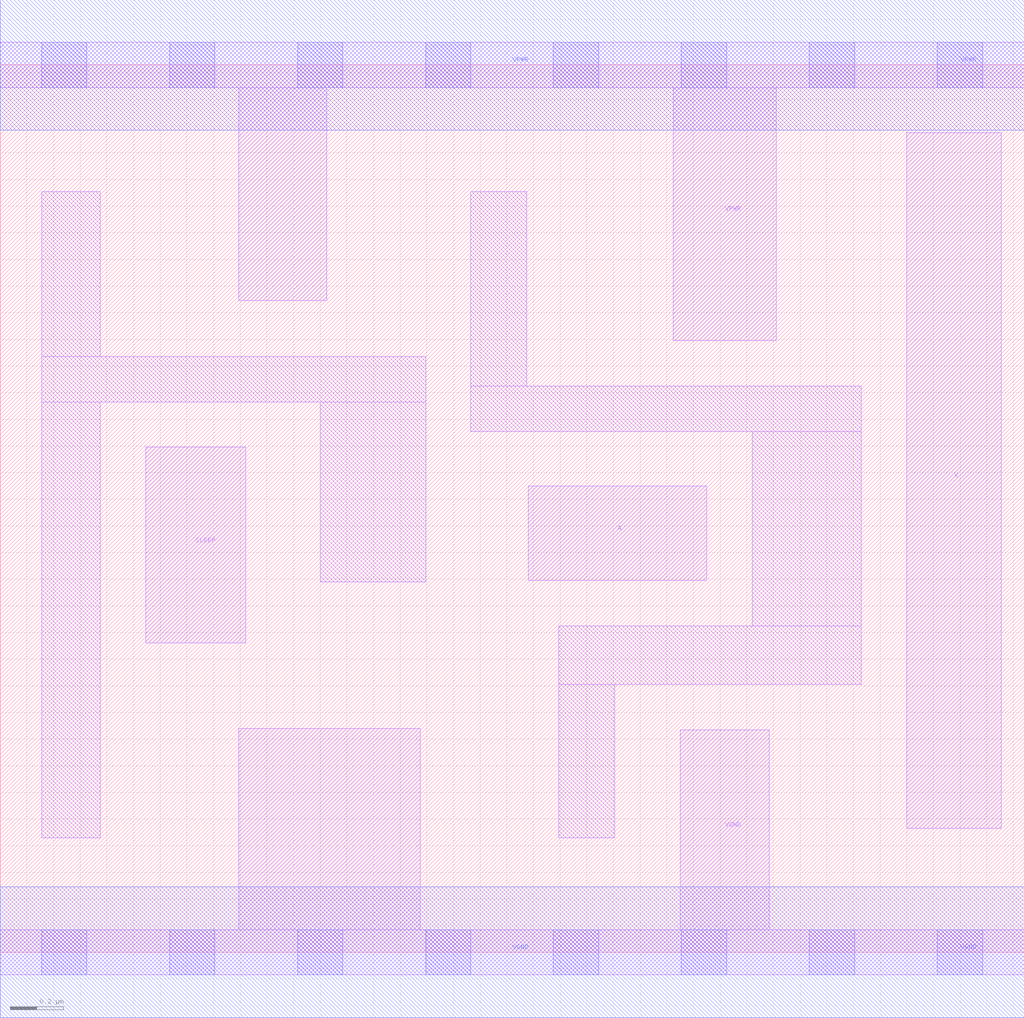
<source format=lef>
# Copyright 2020 The SkyWater PDK Authors
#
# Licensed under the Apache License, Version 2.0 (the "License");
# you may not use this file except in compliance with the License.
# You may obtain a copy of the License at
#
#     https://www.apache.org/licenses/LICENSE-2.0
#
# Unless required by applicable law or agreed to in writing, software
# distributed under the License is distributed on an "AS IS" BASIS,
# WITHOUT WARRANTIES OR CONDITIONS OF ANY KIND, either express or implied.
# See the License for the specific language governing permissions and
# limitations under the License.
#
# SPDX-License-Identifier: Apache-2.0

VERSION 5.7 ;
  NAMESCASESENSITIVE ON ;
  NOWIREEXTENSIONATPIN ON ;
  DIVIDERCHAR "/" ;
  BUSBITCHARS "[]" ;
UNITS
  DATABASE MICRONS 200 ;
END UNITS
MACRO sky130_fd_sc_lp__inputiso0p_lp
  CLASS CORE ;
  SOURCE USER ;
  FOREIGN sky130_fd_sc_lp__inputiso0p_lp ;
  ORIGIN  0.000000  0.000000 ;
  SIZE  3.840000 BY  3.330000 ;
  SYMMETRY X Y R90 ;
  SITE unit ;
  PIN A
    ANTENNAGATEAREA  0.189000 ;
    DIRECTION INPUT ;
    USE SIGNAL ;
    PORT
      LAYER li1 ;
        RECT 1.980000 1.395000 2.650000 1.750000 ;
    END
  END A
  PIN SLEEP
    ANTENNAGATEAREA  0.252000 ;
    DIRECTION INPUT ;
    USE SIGNAL ;
    PORT
      LAYER li1 ;
        RECT 0.545000 1.160000 0.920000 1.895000 ;
    END
  END SLEEP
  PIN X
    ANTENNADIFFAREA  0.445200 ;
    DIRECTION OUTPUT ;
    USE SIGNAL ;
    PORT
      LAYER li1 ;
        RECT 3.400000 0.465000 3.755000 3.075000 ;
    END
  END X
  PIN VGND
    DIRECTION INOUT ;
    USE GROUND ;
    PORT
      LAYER li1 ;
        RECT 0.000000 -0.085000 3.840000 0.085000 ;
        RECT 0.895000  0.085000 1.575000 0.840000 ;
        RECT 2.550000  0.085000 2.885000 0.835000 ;
      LAYER mcon ;
        RECT 0.155000 -0.085000 0.325000 0.085000 ;
        RECT 0.635000 -0.085000 0.805000 0.085000 ;
        RECT 1.115000 -0.085000 1.285000 0.085000 ;
        RECT 1.595000 -0.085000 1.765000 0.085000 ;
        RECT 2.075000 -0.085000 2.245000 0.085000 ;
        RECT 2.555000 -0.085000 2.725000 0.085000 ;
        RECT 3.035000 -0.085000 3.205000 0.085000 ;
        RECT 3.515000 -0.085000 3.685000 0.085000 ;
      LAYER met1 ;
        RECT 0.000000 -0.245000 3.840000 0.245000 ;
    END
  END VGND
  PIN VPWR
    DIRECTION INOUT ;
    USE POWER ;
    PORT
      LAYER li1 ;
        RECT 0.000000 3.245000 3.840000 3.415000 ;
        RECT 0.895000 2.445000 1.225000 3.245000 ;
        RECT 2.525000 2.295000 2.910000 3.245000 ;
      LAYER mcon ;
        RECT 0.155000 3.245000 0.325000 3.415000 ;
        RECT 0.635000 3.245000 0.805000 3.415000 ;
        RECT 1.115000 3.245000 1.285000 3.415000 ;
        RECT 1.595000 3.245000 1.765000 3.415000 ;
        RECT 2.075000 3.245000 2.245000 3.415000 ;
        RECT 2.555000 3.245000 2.725000 3.415000 ;
        RECT 3.035000 3.245000 3.205000 3.415000 ;
        RECT 3.515000 3.245000 3.685000 3.415000 ;
      LAYER met1 ;
        RECT 0.000000 3.085000 3.840000 3.575000 ;
    END
  END VPWR
  OBS
    LAYER li1 ;
      RECT 0.155000 0.430000 0.375000 2.065000 ;
      RECT 0.155000 2.065000 1.595000 2.235000 ;
      RECT 0.155000 2.235000 0.375000 2.855000 ;
      RECT 1.200000 1.390000 1.595000 2.065000 ;
      RECT 1.765000 1.955000 3.230000 2.125000 ;
      RECT 1.765000 2.125000 1.975000 2.855000 ;
      RECT 2.095000 0.430000 2.305000 1.005000 ;
      RECT 2.095000 1.005000 3.230000 1.225000 ;
      RECT 2.820000 1.225000 3.230000 1.955000 ;
  END
END sky130_fd_sc_lp__inputiso0p_lp

</source>
